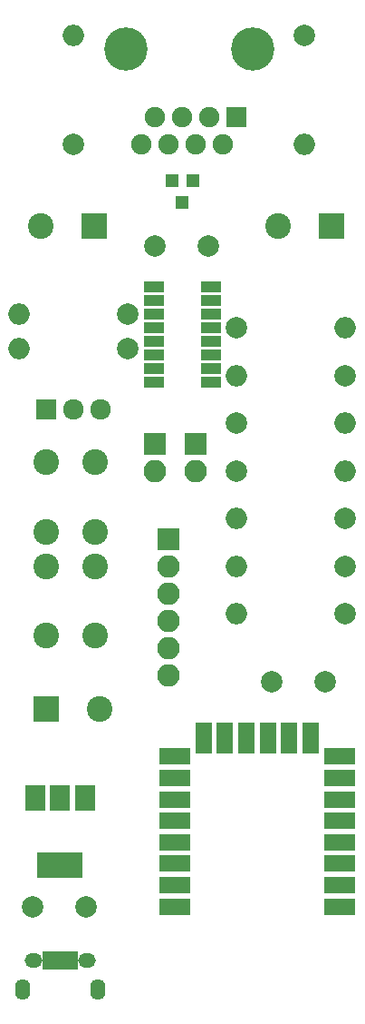
<source format=gts>
G04 #@! TF.GenerationSoftware,KiCad,Pcbnew,(5.0.0-rc2-dev-40-gfef1ba999)*
G04 #@! TF.CreationDate,2018-03-01T23:08:39+01:00*
G04 #@! TF.ProjectId,HAN_ESP_TSS721,48414E5F4553505F5453533732312E6B,rev?*
G04 #@! TF.SameCoordinates,Original*
G04 #@! TF.FileFunction,Soldermask,Top*
G04 #@! TF.FilePolarity,Negative*
%FSLAX46Y46*%
G04 Gerber Fmt 4.6, Leading zero omitted, Abs format (unit mm)*
G04 Created by KiCad (PCBNEW (5.0.0-rc2-dev-40-gfef1ba999)) date 03/01/18 23:08:39*
%MOMM*%
%LPD*%
G01*
G04 APERTURE LIST*
%ADD10R,1.200000X1.300000*%
%ADD11C,2.000000*%
%ADD12O,2.000000X2.000000*%
%ADD13C,4.050000*%
%ADD14R,1.900000X1.900000*%
%ADD15C,1.900000*%
%ADD16R,0.800000X1.750000*%
%ADD17O,1.650000X1.350000*%
%ADD18O,1.400000X1.950000*%
%ADD19R,1.900000X1.000000*%
%ADD20R,2.400000X2.400000*%
%ADD21C,2.400000*%
%ADD22R,4.200000X2.400000*%
%ADD23R,1.900000X2.400000*%
%ADD24R,2.100000X2.100000*%
%ADD25O,2.100000X2.100000*%
%ADD26R,2.900000X1.500000*%
%ADD27R,1.500000X2.900000*%
%ADD28R,1.920000X1.920000*%
%ADD29C,1.920000*%
G04 APERTURE END LIST*
D10*
X49210000Y-88535000D03*
X47310000Y-88535000D03*
X48260000Y-90535000D03*
D11*
X53340000Y-102235000D03*
D12*
X63500000Y-102235000D03*
D11*
X53340000Y-115570000D03*
D12*
X63500000Y-115570000D03*
D13*
X42960000Y-76200000D03*
X54830000Y-76200000D03*
D14*
X53340000Y-82550000D03*
D15*
X52070000Y-85090000D03*
X50800000Y-82550000D03*
X49530000Y-85090000D03*
X48260000Y-82550000D03*
X46990000Y-85090000D03*
X45720000Y-82550000D03*
X44450000Y-85090000D03*
D16*
X35530000Y-161210000D03*
X36180000Y-161210000D03*
X36830000Y-161210000D03*
X37480000Y-161210000D03*
X38130000Y-161210000D03*
D17*
X34330000Y-161210000D03*
X39330000Y-161210000D03*
D18*
X33330000Y-163910000D03*
X40330000Y-163910000D03*
D19*
X45560000Y-98425000D03*
X45560000Y-99695000D03*
X45560000Y-100965000D03*
X45560000Y-102235000D03*
X45560000Y-103505000D03*
X45560000Y-104775000D03*
X45560000Y-106045000D03*
X45560000Y-107315000D03*
X50960000Y-107315000D03*
X50960000Y-106045000D03*
X50960000Y-104775000D03*
X50960000Y-103505000D03*
X50960000Y-102235000D03*
X50960000Y-100965000D03*
X50960000Y-99695000D03*
X50960000Y-98425000D03*
D20*
X40005000Y-92710000D03*
D21*
X35005000Y-92710000D03*
D11*
X45720000Y-94615000D03*
X50720000Y-94615000D03*
X34290000Y-156210000D03*
X39290000Y-156210000D03*
D20*
X62230000Y-92710000D03*
D21*
X57230000Y-92710000D03*
D11*
X43180000Y-100965000D03*
D12*
X33020000Y-100965000D03*
D11*
X53340000Y-111125000D03*
D12*
X63500000Y-111125000D03*
D11*
X63500000Y-120015000D03*
D12*
X53340000Y-120015000D03*
D11*
X63500000Y-128905000D03*
D12*
X53340000Y-128905000D03*
D11*
X63500000Y-124460000D03*
D12*
X53340000Y-124460000D03*
D11*
X59690000Y-74930000D03*
D12*
X59690000Y-85090000D03*
D11*
X38100000Y-85090000D03*
D12*
X38100000Y-74930000D03*
D11*
X63500000Y-106680000D03*
D12*
X53340000Y-106680000D03*
D22*
X36830000Y-152375000D03*
D23*
X36830000Y-146075000D03*
X34530000Y-146075000D03*
X39130000Y-146075000D03*
D24*
X45720000Y-113030000D03*
D25*
X45720000Y-115570000D03*
D24*
X49530000Y-113030000D03*
D25*
X49530000Y-115570000D03*
D26*
X62930000Y-156210000D03*
X62930000Y-154210000D03*
X62930000Y-152210000D03*
X62930000Y-150210000D03*
X62930000Y-148210000D03*
X62930000Y-146210000D03*
X62930000Y-144210000D03*
X62930000Y-142210000D03*
X47530000Y-142210000D03*
X47530000Y-144210000D03*
X47530000Y-146210000D03*
X47530000Y-148210000D03*
X47530000Y-150210000D03*
X47530000Y-152210000D03*
X47530000Y-154210000D03*
X47530000Y-156210000D03*
D27*
X60240000Y-140510000D03*
X58240000Y-140510000D03*
X56240000Y-140510000D03*
X54240000Y-140510000D03*
X52240000Y-140510000D03*
X50240000Y-140510000D03*
D12*
X33020000Y-104140000D03*
D11*
X43180000Y-104140000D03*
D28*
X35560000Y-109855000D03*
D29*
X40640000Y-109855000D03*
X38100000Y-109855000D03*
D11*
X56595000Y-135255000D03*
X61595000Y-135255000D03*
D21*
X40560000Y-137795000D03*
D20*
X35560000Y-137795000D03*
D25*
X46990000Y-134620000D03*
X46990000Y-132080000D03*
X46990000Y-129540000D03*
X46990000Y-127000000D03*
X46990000Y-124460000D03*
D24*
X46990000Y-121920000D03*
D21*
X35560000Y-114785000D03*
X40060000Y-114785000D03*
X35560000Y-121285000D03*
X40060000Y-121285000D03*
X40060000Y-130960000D03*
X35560000Y-130960000D03*
X40060000Y-124460000D03*
X35560000Y-124460000D03*
M02*

</source>
